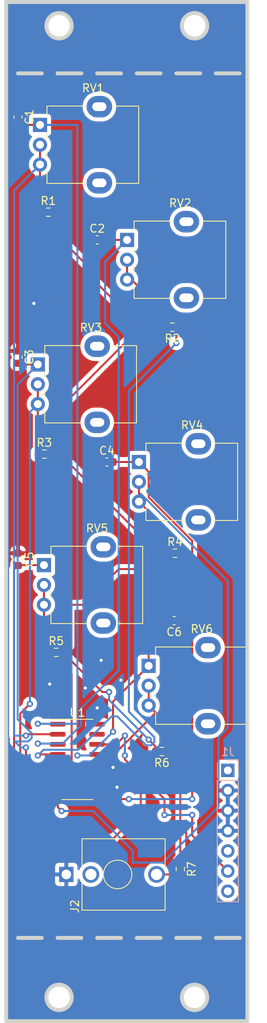
<source format=kicad_pcb>
(kicad_pcb (version 20221018) (generator pcbnew)
  (layers (0 "F.Cu" signal) (31 "B.Cu" signal) (34 "B.Paste" user) (35 "F.Paste" user) (36 "B.SilkS" user "B.Silkscreen") (37 "F.SilkS" user "F.Silkscreen") (38 "B.Mask" user) (39 "F.Mask" user) (44 "Edge.Cuts" user))
  (net 0 "")
  (net 1 "GND")
  (net 2 "Net-(C1-Pad2)")
  (net 3 "Net-(C2-Pad2)")
  (net 4 "Net-(C3-Pad2)")
  (net 5 "Net-(C4-Pad2)")
  (net 6 "Net-(C5-Pad2)")
  (net 7 "Net-(C6-Pad2)")
  (net 8 "-12V")
  (net 9 "+12V")
  (net 10 "+5V")
  (net 11 "Net-(J2-PadT)")
  (net 13 "Net-(R1-Pad1)")
  (net 14 "Net-(R1-Pad2)")
  (net 15 "Net-(R2-Pad1)")
  (net 16 "Net-(R3-Pad1)")
  (net 17 "Net-(R4-Pad1)")
  (net 18 "Net-(R5-Pad1)")
  (net 19 "Net-(R6-Pad1)")
  (footprint "Package_SO:SOIC-16_3.9x9.9mm_P1.27mm" (layer "F.Cu") (at 29 115.5)
    (fp_text reference "U1" (at 0 -5.9) (layer "F.SilkS"))
    (fp_text value "CD40106")
    (fp_line (start 0 -5.06) (end -3.45 -5.06) (stroke (width 0.12)) (layer "F.SilkS"))
    (fp_line (start 0 -5.06) (end 1.95 -5.06) (stroke (width 0.12)) (layer "F.SilkS"))
    (fp_line (start 0 5.06) (end -1.95 5.06) (stroke (width 0.12)) (layer "F.SilkS"))
    (fp_line (start 0 5.06) (end 1.95 5.06) (stroke (width 0.12)) (layer "F.SilkS"))
    (pad "1" smd roundrect (at -2.475 -4.445) (size 1.95 0.6) (layers "F.Cu" "F.Paste" "F.Mask") (net 2 "Net-(C1-Pad2)"))
    (pad "2" smd roundrect (at -2.475 -3.175) (size 1.95 0.6) (layers "F.Cu" "F.Paste" "F.Mask") (net 13 "Net-(R1-Pad1)"))
    (pad "3" smd roundrect (at -2.475 -1.905) (size 1.95 0.6) (layers "F.Cu" "F.Paste" "F.Mask") (net 3 "Net-(C2-Pad2)"))
    (pad "4" smd roundrect (at -2.475 -0.635) (size 1.95 0.6) (layers "F.Cu" "F.Paste" "F.Mask") (net 15 "Net-(R2-Pad1)"))
    (pad "5" smd roundrect (at -2.475 0.635) (size 1.95 0.6) (layers "F.Cu" "F.Paste" "F.Mask") (net 4 "Net-(C3-Pad2)"))
    (pad "6" smd roundrect (at -2.475 1.905) (size 1.95 0.6) (layers "F.Cu" "F.Paste" "F.Mask") (net 16 "Net-(R3-Pad1)"))
    (pad "7" smd roundrect (at -2.475 3.175) (size 1.95 0.6) (layers "F.Cu" "F.Paste" "F.Mask") (net 1 "GND"))
    (pad "8" smd roundrect (at -2.475 4.445) (size 1.95 0.6) (layers "F.Cu" "F.Paste" "F.Mask") (net 17 "Net-(R4-Pad1)"))
    (pad "9" smd roundrect (at 2.475 4.445) (size 1.95 0.6) (layers "F.Cu" "F.Paste" "F.Mask") (net 5 "Net-(C4-Pad2)"))
    (pad "10" smd roundrect (at 2.475 3.175) (size 1.95 0.6) (layers "F.Cu" "F.Paste" "F.Mask") (net 18 "Net-(R5-Pad1)"))
    (pad "11" smd roundrect (at 2.475 1.905) (size 1.95 0.6) (layers "F.Cu" "F.Paste" "F.Mask") (net 6 "Net-(C5-Pad2)"))
    (pad "12" smd roundrect (at 2.475 0.635) (size 1.95 0.6) (layers "F.Cu" "F.Paste" "F.Mask") (net 19 "Net-(R6-Pad1)"))
    (pad "13" smd roundrect (at 2.475 -0.635) (size 1.95 0.6) (layers "F.Cu" "F.Paste" "F.Mask") (net 7 "Net-(C6-Pad2)"))
    (pad "14" smd roundrect (at 2.475 -1.905) (size 1.95 0.6) (layers "F.Cu" "F.Paste" "F.Mask") (net 10 "+5V"))
    (pad "15" smd roundrect (at 2.475 -3.175) (size 1.95 0.6) (layers "F.Cu" "F.Paste" "F.Mask"))
    (pad "16" smd roundrect (at 2.475 -4.445) (size 1.95 0.6) (layers "F.Cu" "F.Paste" "F.Mask"))
  )
  (footprint "Resistor_SMD:R_0603_1608Metric" (layer "F.Cu") (at 41.325 89.5)
    (fp_text reference "R4" (at 0 -1.43) (layer "F.SilkS"))
    (fp_text value "1k")
    (fp_line (start -0.237258 -0.5225) (end 0.237258 -0.5225) (stroke (width 0.12)) (layer "F.SilkS"))
    (fp_line (start -0.237258 0.5225) (end 0.237258 0.5225) (stroke (width 0.12)) (layer "F.SilkS"))
    (pad "1" smd roundrect (at -0.825 0) (size 0.8 0.95) (layers "F.Cu" "F.Paste" "F.Mask") (net 17 "Net-(R4-Pad1)"))
    (pad "2" smd roundrect (at 0.825 0) (size 0.8 0.95) (layers "F.Cu" "F.Paste" "F.Mask") (net 14 "Net-(R1-Pad2)"))
  )
  (footprint "Resistor_SMD:R_0603_1608Metric" (layer "F.Cu") (at 25.325 46.5)
    (fp_text reference "R1" (at 0 -1.43) (layer "F.SilkS"))
    (fp_text value "1k")
    (fp_line (start -0.237258 -0.5225) (end 0.237258 -0.5225) (stroke (width 0.12)) (layer "F.SilkS"))
    (fp_line (start -0.237258 0.5225) (end 0.237258 0.5225) (stroke (width 0.12)) (layer "F.SilkS"))
    (pad "1" smd roundrect (at -0.825 0) (size 0.8 0.95) (layers "F.Cu" "F.Paste" "F.Mask") (net 13 "Net-(R1-Pad1)"))
    (pad "2" smd roundrect (at 0.825 0) (size 0.8 0.95) (layers "F.Cu" "F.Paste" "F.Mask") (net 14 "Net-(R1-Pad2)"))
  )
  (footprint "Resistor_SMD:R_0603_1608Metric" (layer "F.Cu") (at 41 61 180)
    (fp_text reference "R2" (at 0 -1.43) (layer "F.SilkS"))
    (fp_text value "1k")
    (fp_line (start -0.237258 -0.5225) (end 0.237258 -0.5225) (stroke (width 0.12)) (layer "F.SilkS"))
    (fp_line (start -0.237258 0.5225) (end 0.237258 0.5225) (stroke (width 0.12)) (layer "F.SilkS"))
    (pad "1" smd roundrect (at -0.825 0 180) (size 0.8 0.95) (layers "F.Cu" "F.Paste" "F.Mask") (net 15 "Net-(R2-Pad1)"))
    (pad "2" smd roundrect (at 0.825 0 180) (size 0.8 0.95) (layers "F.Cu" "F.Paste" "F.Mask") (net 14 "Net-(R1-Pad2)"))
  )
  (footprint "Capacitor_SMD:C_0603_1608Metric" (layer "F.Cu") (at 32.725 78)
    (fp_text reference "C4" (at 0 -1.43) (layer "F.SilkS"))
    (fp_text value "C 0603")
    (fp_line (start -0.14058 -0.51) (end 0.14058 -0.51) (stroke (width 0.12)) (layer "F.SilkS"))
    (fp_line (start -0.14058 0.51) (end 0.14058 0.51) (stroke (width 0.12)) (layer "F.SilkS"))
    (pad "1" smd roundrect (at -0.775 0) (size 0.9 0.95) (layers "F.Cu" "F.Paste" "F.Mask") (net 1 "GND"))
    (pad "2" smd roundrect (at 0.775 0) (size 0.9 0.95) (layers "F.Cu" "F.Paste" "F.Mask") (net 5 "Net-(C4-Pad2)"))
  )
  (footprint "Connector_Audio:Jack_3.5mm_QingPu_WQP-PJ398SM_Vertical_CircularHoles" (layer "F.Cu") (at 27.6 130 90)
    (fp_text reference "J2" (at -4.03 1.08 90) (layer "F.SilkS"))
    (fp_text value "Thonkiconn")
    (fp_line (start -4.5 1.98) (end -4.5 12.48) (stroke (width 0.12)) (layer "F.SilkS"))
    (fp_line (start -1.23 -1.17) (end -1.23 -0.37) (stroke (width 0.12)) (layer "F.SilkS"))
    (fp_line (start -1.23 -1.17) (end -0.37 -1.17) (stroke (width 0.12)) (layer "F.SilkS"))
    (fp_line (start -0.8 12.48) (end -4.5 12.48) (stroke (width 0.12)) (layer "F.SilkS"))
    (fp_line (start -0.72 1.98) (end -4.5 1.98) (stroke (width 0.12)) (layer "F.SilkS"))
    (fp_line (start 4.5 1.98) (end 0.72 1.98) (stroke (width 0.12)) (layer "F.SilkS"))
    (fp_line (start 4.5 1.98) (end 4.5 12.48) (stroke (width 0.12)) (layer "F.SilkS"))
    (fp_line (start 4.5 12.48) (end 0.8 12.48) (stroke (width 0.12)) (layer "F.SilkS"))
    (fp_circle (center 0 6.48) (end 1.8 6.48) (stroke (width 0.12)) (fill none) (layer "F.SilkS"))
    (pad "S" thru_hole rect (at 0 0 270) (size 1.93 1.83) (drill 1.22) (layers "*.Cu" "*.Mask") (net 1 "GND"))
    (pad "T" thru_hole circle (at 0 11.4 270) (size 2.13 2.13) (drill 1.43) (layers "*.Cu" "*.Mask") (net 11 "Net-(J2-PadT)"))
    (pad "TN" thru_hole circle (at 0 3.1 270) (size 2.13 2.13) (drill 1.42) (layers "*.Cu" "*.Mask"))
    (zone (net 0) (net_name "") (layer "F.Cu") (connect_pads (clearance 0)) (min_thickness 0.254)
      (keepout (tracks not_allowed) (vias not_allowed) (pads not_allowed) (copperpour not_allowed) (footprints not_allowed))
      (fill (thermal_gap 0.508) (thermal_bridge_width 0.508))
      (polygon (pts (xy 34.08 128.494859) (xy 33.834171 128.51507) (xy 33.594945 128.575159) (xy 33.368744 128.673514) (xy 33.161645 128.807492) (xy 32.97921 128.973496) (xy 32.826336 129.167068) (xy 32.707131 129.383008) (xy 32.624794 129.615518) (xy 32.581539 129.858354) (xy 32.578525 130.104993) (xy 32.615835 130.348813) (xy 32.692466 130.583266) (xy 32.80636 130.802054) (xy 32.954458 130.999303) (xy 33.132784 131.169714) (xy 33.336548 131.308712) (xy 33.560278 131.412564) (xy 33.797965 131.478481) (xy 34.043226 131.504692) (xy 34.289475 131.490493) (xy 34.530099 131.436266) (xy 34.758634 131.343468) (xy 34.968945 131.214589) (xy 35.155382 131.053092) (xy 35.312939 130.863313) (xy 35.437385 130.65035) (xy 35.525377 130.419921) (xy 35.574553 130.178215) (xy 35.583592 129.931722) (xy 35.55225 129.687064) (xy 35.48137 129.450809) (xy 35.372856 129.229303) (xy 35.229621 129.028495) (xy 35.055512 128.853777) (xy 34.855205 128.709842) (xy 34.634079 128.600555) (xy 34.398074 128.528851) (xy 34.153526 128.496656)))
    )
  )
  (footprint "Capacitor_SMD:C_0603_1608Metric" (layer "F.Cu") (at 21.5 90.275 -90)
    (fp_text reference "C5" (at 0 -1.43 90) (layer "F.SilkS"))
    (fp_text value "C 0603")
    (fp_line (start -0.14058 -0.51) (end 0.14058 -0.51) (stroke (width 0.12)) (layer "F.SilkS"))
    (fp_line (start -0.14058 0.51) (end 0.14058 0.51) (stroke (width 0.12)) (layer "F.SilkS"))
    (pad "1" smd roundrect (at -0.775 0 270) (size 0.9 0.95) (layers "F.Cu" "F.Paste" "F.Mask") (net 1 "GND"))
    (pad "2" smd roundrect (at 0.775 0 270) (size 0.9 0.95) (layers "F.Cu" "F.Paste" "F.Mask") (net 6 "Net-(C5-Pad2)"))
  )
  (footprint "Capacitor_SMD:C_0603_1608Metric" (layer "F.Cu") (at 21.5 34.5 -90)
    (fp_text reference "C1" (at 0 -1.43 90) (layer "F.SilkS"))
    (fp_text value "C 0603")
    (fp_line (start -0.14058 -0.51) (end 0.14058 -0.51) (stroke (width 0.12)) (layer "F.SilkS"))
    (fp_line (start -0.14058 0.51) (end 0.14058 0.51) (stroke (width 0.12)) (layer "F.SilkS"))
    (pad "1" smd roundrect (at -0.775 0 270) (size 0.9 0.95) (layers "F.Cu" "F.Paste" "F.Mask") (net 1 "GND"))
    (pad "2" smd roundrect (at 0.775 0 270) (size 0.9 0.95) (layers "F.Cu" "F.Paste" "F.Mask") (net 2 "Net-(C1-Pad2)"))
  )
  (footprint "Potentiometer_THT:Potentiometer_Alpha_RD901F-40-00D_Single_Vertical" (layer "F.Cu") (at 36.775 78)
    (fp_text reference "RV4" (at 6.71 -4.64 180) (layer "F.SilkS"))
    (fp_text value "AlphaPot")
    (fp_line (start 0.88 -2.38) (end 5.6 -2.38) (stroke (width 0.12)) (layer "F.SilkS"))
    (fp_line (start 0.88 -1.19) (end 0.88 -2.37) (stroke (width 0.12)) (layer "F.SilkS"))
    (fp_line (start 0.88 1.71) (end 0.88 1.18) (stroke (width 0.12)) (layer "F.SilkS"))
    (fp_line (start 0.88 4.16) (end 0.88 3.33) (stroke (width 0.12)) (layer "F.SilkS"))
    (fp_line (start 0.88 7.37) (end 0.88 5.88) (stroke (width 0.12)) (layer "F.SilkS"))
    (fp_line (start 0.88 7.37) (end 5.6 7.37) (stroke (width 0.12)) (layer "F.SilkS"))
    (fp_line (start 9.41 -2.37) (end 12.47 -2.37) (stroke (width 0.12)) (layer "F.SilkS"))
    (fp_line (start 9.41 7.37) (end 12.47 7.37) (stroke (width 0.12)) (layer "F.SilkS"))
    (fp_line (start 12.47 7.37) (end 12.47 -2.37) (stroke (width 0.12)) (layer "F.SilkS"))
    (pad "" thru_hole oval (at 7.5 -2.3 90) (size 2.72 3.24) (drill oval 1.1 1.8) (layers "*.Cu" "*.Mask"))
    (pad "" thru_hole oval (at 7.5 7.3 90) (size 2.72 3.24) (drill oval 1.1 1.8) (layers "*.Cu" "*.Mask"))
    (pad "1" thru_hole rect (at 0 0 90) (size 1.8 1.8) (drill 1) (layers "*.Cu" "*.Mask") (net 5 "Net-(C4-Pad2)"))
    (pad "2" thru_hole circle (at 0 2.5 90) (size 1.8 1.8) (drill 1) (layers "*.Cu" "*.Mask") (net 17 "Net-(R4-Pad1)"))
    (pad "3" thru_hole circle (at 0 5 90) (size 1.8 1.8) (drill 1) (layers "*.Cu" "*.Mask") (net 17 "Net-(R4-Pad1)"))
  )
  (footprint "Potentiometer_THT:Potentiometer_Alpha_RD901F-40-00D_Single_Vertical" (layer "F.Cu") (at 24.275 35.5)
    (fp_text reference "RV1" (at 6.71 -4.64 180) (layer "F.SilkS"))
    (fp_text value "AlphaPot")
    (fp_line (start 0.88 -2.38) (end 5.6 -2.38) (stroke (width 0.12)) (layer "F.SilkS"))
    (fp_line (start 0.88 -1.19) (end 0.88 -2.37) (stroke (width 0.12)) (layer "F.SilkS"))
    (fp_line (start 0.88 1.71) (end 0.88 1.18) (stroke (width 0.12)) (layer "F.SilkS"))
    (fp_line (start 0.88 4.16) (end 0.88 3.33) (stroke (width 0.12)) (layer "F.SilkS"))
    (fp_line (start 0.88 7.37) (end 0.88 5.88) (stroke (width 0.12)) (layer "F.SilkS"))
    (fp_line (start 0.88 7.37) (end 5.6 7.37) (stroke (width 0.12)) (layer "F.SilkS"))
    (fp_line (start 9.41 -2.37) (end 12.47 -2.37) (stroke (width 0.12)) (layer "F.SilkS"))
    (fp_line (start 9.41 7.37) (end 12.47 7.37) (stroke (width 0.12)) (layer "F.SilkS"))
    (fp_line (start 12.47 7.37) (end 12.47 -2.37) (stroke (width 0.12)) (layer "F.SilkS"))
    (pad "" thru_hole oval (at 7.5 -2.3 90) (size 2.72 3.24) (drill oval 1.1 1.8) (layers "*.Cu" "*.Mask"))
    (pad "" thru_hole oval (at 7.5 7.3 90) (size 2.72 3.24) (drill oval 1.1 1.8) (layers "*.Cu" "*.Mask"))
    (pad "1" thru_hole rect (at 0 0 90) (size 1.8 1.8) (drill 1) (layers "*.Cu" "*.Mask") (net 2 "Net-(C1-Pad2)"))
    (pad "2" thru_hole circle (at 0 2.5 90) (size 1.8 1.8) (drill 1) (layers "*.Cu" "*.Mask") (net 13 "Net-(R1-Pad1)"))
    (pad "3" thru_hole circle (at 0 5 90) (size 1.8 1.8) (drill 1) (layers "*.Cu" "*.Mask") (net 13 "Net-(R1-Pad1)"))
  )
  (footprint "Potentiometer_THT:Potentiometer_Alpha_RD901F-40-00D_Single_Vertical" (layer "F.Cu") (at 35.275 50)
    (fp_text reference "RV2" (at 6.71 -4.64 180) (layer "F.SilkS"))
    (fp_text value "AlphaPot")
    (fp_line (start 0.88 -2.38) (end 5.6 -2.38) (stroke (width 0.12)) (layer "F.SilkS"))
    (fp_line (start 0.88 -1.19) (end 0.88 -2.37) (stroke (width 0.12)) (layer "F.SilkS"))
    (fp_line (start 0.88 1.71) (end 0.88 1.18) (stroke (width 0.12)) (layer "F.SilkS"))
    (fp_line (start 0.88 4.16) (end 0.88 3.33) (stroke (width 0.12)) (layer "F.SilkS"))
    (fp_line (start 0.88 7.37) (end 0.88 5.88) (stroke (width 0.12)) (layer "F.SilkS"))
    (fp_line (start 0.88 7.37) (end 5.6 7.37) (stroke (width 0.12)) (layer "F.SilkS"))
    (fp_line (start 9.41 -2.37) (end 12.47 -2.37) (stroke (width 0.12)) (layer "F.SilkS"))
    (fp_line (start 9.41 7.37) (end 12.47 7.37) (stroke (width 0.12)) (layer "F.SilkS"))
    (fp_line (start 12.47 7.37) (end 12.47 -2.37) (stroke (width 0.12)) (layer "F.SilkS"))
    (pad "" thru_hole oval (at 7.5 -2.3 90) (size 2.72 3.24) (drill oval 1.1 1.8) (layers "*.Cu" "*.Mask"))
    (pad "" thru_hole oval (at 7.5 7.3 90) (size 2.72 3.24) (drill oval 1.1 1.8) (layers "*.Cu" "*.Mask"))
    (pad "1" thru_hole rect (at 0 0 90) (size 1.8 1.8) (drill 1) (layers "*.Cu" "*.Mask") (net 3 "Net-(C2-Pad2)"))
    (pad "2" thru_hole circle (at 0 2.5 90) (size 1.8 1.8) (drill 1) (layers "*.Cu" "*.Mask") (net 15 "Net-(R2-Pad1)"))
    (pad "3" thru_hole circle (at 0 5 90) (size 1.8 1.8) (drill 1) (layers "*.Cu" "*.Mask") (net 15 "Net-(R2-Pad1)"))
  )
  (footprint "Resistor_SMD:R_0603_1608Metric" (layer "F.Cu") (at 42 129.325 -90)
    (fp_text reference "R7" (at 0 -1.43 90) (layer "F.SilkS"))
    (fp_text value "1k")
    (fp_line (start -0.237258 -0.5225) (end 0.237258 -0.5225) (stroke (width 0.12)) (layer "F.SilkS"))
    (fp_line (start -0.237258 0.5225) (end 0.237258 0.5225) (stroke (width 0.12)) (layer "F.SilkS"))
    (pad "1" smd roundrect (at -0.825 0 270) (size 0.8 0.95) (layers "F.Cu" "F.Paste" "F.Mask") (net 14 "Net-(R1-Pad2)"))
    (pad "2" smd roundrect (at 0.825 0 270) (size 0.8 0.95) (layers "F.Cu" "F.Paste" "F.Mask") (net 11 "Net-(J2-PadT)"))
  )
  (footprint "Capacitor_SMD:C_0603_1608Metric" (layer "F.Cu") (at 31.5 50)
    (fp_text reference "C2" (at 0 -1.43) (layer "F.SilkS"))
    (fp_text value "C 0603")
    (fp_line (start -0.14058 -0.51) (end 0.14058 -0.51) (stroke (width 0.12)) (layer "F.SilkS"))
    (fp_line (start -0.14058 0.51) (end 0.14058 0.51) (stroke (width 0.12)) (layer "F.SilkS"))
    (pad "1" smd roundrect (at -0.775 0) (size 0.9 0.95) (layers "F.Cu" "F.Paste" "F.Mask") (net 1 "GND"))
    (pad "2" smd roundrect (at 0.775 0) (size 0.9 0.95) (layers "F.Cu" "F.Paste" "F.Mask") (net 3 "Net-(C2-Pad2)"))
  )
  (footprint "Potentiometer_THT:Potentiometer_Alpha_RD901F-40-00D_Single_Vertical" (layer "F.Cu") (at 24.775 91)
    (fp_text reference "RV5" (at 6.71 -4.64 180) (layer "F.SilkS"))
    (fp_text value "AlphaPot")
    (fp_line (start 0.88 -2.38) (end 5.6 -2.38) (stroke (width 0.12)) (layer "F.SilkS"))
    (fp_line (start 0.88 -1.19) (end 0.88 -2.37) (stroke (width 0.12)) (layer "F.SilkS"))
    (fp_line (start 0.88 1.71) (end 0.88 1.18) (stroke (width 0.12)) (layer "F.SilkS"))
    (fp_line (start 0.88 4.16) (end 0.88 3.33) (stroke (width 0.12)) (layer "F.SilkS"))
    (fp_line (start 0.88 7.37) (end 0.88 5.88) (stroke (width 0.12)) (layer "F.SilkS"))
    (fp_line (start 0.88 7.37) (end 5.6 7.37) (stroke (width 0.12)) (layer "F.SilkS"))
    (fp_line (start 9.41 -2.37) (end 12.47 -2.37) (stroke (width 0.12)) (layer "F.SilkS"))
    (fp_line (start 9.41 7.37) (end 12.47 7.37) (stroke (width 0.12)) (layer "F.SilkS"))
    (fp_line (start 12.47 7.37) (end 12.47 -2.37) (stroke (width 0.12)) (layer "F.SilkS"))
    (pad "" thru_hole oval (at 7.5 -2.3 90) (size 2.72 3.24) (drill oval 1.1 1.8) (layers "*.Cu" "*.Mask"))
    (pad "" thru_hole oval (at 7.5 7.3 90) (size 2.72 3.24) (drill oval 1.1 1.8) (layers "*.Cu" "*.Mask"))
    (pad "1" thru_hole rect (at 0 0 90) (size 1.8 1.8) (drill 1) (layers "*.Cu" "*.Mask") (net 6 "Net-(C5-Pad2)"))
    (pad "2" thru_hole circle (at 0 2.5 90) (size 1.8 1.8) (drill 1) (layers "*.Cu" "*.Mask") (net 18 "Net-(R5-Pad1)"))
    (pad "3" thru_hole circle (at 0 5 90) (size 1.8 1.8) (drill 1) (layers "*.Cu" "*.Mask") (net 18 "Net-(R5-Pad1)"))
  )
  (footprint "Capacitor_SMD:C_0603_1608Metric" (layer "F.Cu") (at 21.5 64.775 -90)
    (fp_text reference "C3" (at 0 -1.43 90) (layer "F.SilkS"))
    (fp_text value "C 0603")
    (fp_line (start -0.14058 -0.51) (end 0.14058 -0.51) (stroke (width 0.12)) (layer "F.SilkS"))
    (fp_line (start -0.14058 0.51) (end 0.14058 0.51) (stroke (width 0.12)) (layer "F.SilkS"))
    (pad "1" smd roundrect (at -0.775 0 270) (size 0.9 0.95) (layers "F.Cu" "F.Paste" "F.Mask") (net 1 "GND"))
    (pad "2" smd roundrect (at 0.775 0 270) (size 0.9 0.95) (layers "F.Cu" "F.Paste" "F.Mask") (net 4 "Net-(C3-Pad2)"))
  )
  (footprint "Capacitor_SMD:C_0603_1608Metric" (layer "F.Cu") (at 41.225 98 180)
    (fp_text reference "C6" (at 0 -1.43) (layer "F.SilkS"))
    (fp_text value "C 0603")
    (fp_line (start -0.14058 -0.51) (end 0.14058 -0.51) (stroke (width 0.12)) (layer "F.SilkS"))
    (fp_line (start -0.14058 0.51) (end 0.14058 0.51) (stroke (width 0.12)) (layer "F.SilkS"))
    (pad "1" smd roundrect (at -0.775 0 180) (size 0.9 0.95) (layers "F.Cu" "F.Paste" "F.Mask") (net 1 "GND"))
    (pad "2" smd roundrect (at 0.775 0 180) (size 0.9 0.95) (layers "F.Cu" "F.Paste" "F.Mask") (net 7 "Net-(C6-Pad2)"))
  )
  (footprint "Resistor_SMD:R_0603_1608Metric" (layer "F.Cu") (at 26.325 102)
    (fp_text reference "R5" (at 0 -1.43) (layer "F.SilkS"))
    (fp_text value "1k")
    (fp_line (start -0.237258 -0.5225) (end 0.237258 -0.5225) (stroke (width 0.12)) (layer "F.SilkS"))
    (fp_line (start -0.237258 0.5225) (end 0.237258 0.5225) (stroke (width 0.12)) (layer "F.SilkS"))
    (pad "1" smd roundrect (at -0.825 0) (size 0.8 0.95) (layers "F.Cu" "F.Paste" "F.Mask") (net 18 "Net-(R5-Pad1)"))
    (pad "2" smd roundrect (at 0.825 0) (size 0.8 0.95) (layers "F.Cu" "F.Paste" "F.Mask") (net 14 "Net-(R1-Pad2)"))
  )
  (footprint "Potentiometer_THT:Potentiometer_Alpha_RD901F-40-00D_Single_Vertical" (layer "F.Cu") (at 24 65.7)
    (fp_text reference "RV3" (at 6.71 -4.64 180) (layer "F.SilkS"))
    (fp_text value "AlphaPot")
    (fp_line (start 0.88 -2.38) (end 5.6 -2.38) (stroke (width 0.12)) (layer "F.SilkS"))
    (fp_line (start 0.88 -1.19) (end 0.88 -2.37) (stroke (width 0.12)) (layer "F.SilkS"))
    (fp_line (start 0.88 1.71) (end 0.88 1.18) (stroke (width 0.12)) (layer "F.SilkS"))
    (fp_line (start 0.88 4.16) (end 0.88 3.33) (stroke (width 0.12)) (layer "F.SilkS"))
    (fp_line (start 0.88 7.37) (end 0.88 5.88) (stroke (width 0.12)) (layer "F.SilkS"))
    (fp_line (start 0.88 7.37) (end 5.6 7.37) (stroke (width 0.12)) (layer "F.SilkS"))
    (fp_line (start 9.41 -2.37) (end 12.47 -2.37) (stroke (width 0.12)) (layer "F.SilkS"))
    (fp_line (start 9.41 7.37) (end 12.47 7.37) (stroke (width 0.12)) (layer "F.SilkS"))
    (fp_line (start 12.47 7.37) (end 12.47 -2.37) (stroke (width 0.12)) (layer "F.SilkS"))
    (pad "" thru_hole oval (at 7.5 -2.3 90) (size 2.72 3.24) (drill oval 1.1 1.8) (layers "*.Cu" "*.Mask"))
    (pad "" thru_hole oval (at 7.5 7.3 90) (size 2.72 3.24) (drill oval 1.1 1.8) (layers "*.Cu" "*.Mask"))
    (pad "1" thru_hole rect (at 0 0 90) (size 1.8 1.8) (drill 1) (layers "*.Cu" "*.Mask") (net 4 "Net-(C3-Pad2)"))
    (pad "2" thru_hole circle (at 0 2.5 90) (size 1.8 1.8) (drill 1) (layers "*.Cu" "*.Mask") (net 16 "Net-(R3-Pad1)"))
    (pad "3" thru_hole circle (at 0 5 90) (size 1.8 1.8) (drill 1) (layers "*.Cu" "*.Mask") (net 16 "Net-(R3-Pad1)"))
  )
  (footprint "Resistor_SMD:R_0603_1608Metric" (layer "F.Cu") (at 39.675 114.5 180)
    (fp_text reference "R6" (at 0 -1.43) (layer "F.SilkS"))
    (fp_text value "1k")
    (fp_line (start -0.237258 -0.5225) (end 0.237258 -0.5225) (stroke (width 0.12)) (layer "F.SilkS"))
    (fp_line (start -0.237258 0.5225) (end 0.237258 0.5225) (stroke (width 0.12)) (layer "F.SilkS"))
    (pad "1" smd roundrect (at -0.825 0 180) (size 0.8 0.95) (layers "F.Cu" "F.Paste" "F.Mask") (net 19 "Net-(R6-Pad1)"))
    (pad "2" smd roundrect (at 0.825 0 180) (size 0.8 0.95) (layers "F.Cu" "F.Paste" "F.Mask") (net 14 "Net-(R1-Pad2)"))
  )
  (footprint "Potentiometer_THT:Potentiometer_Alpha_RD901F-40-00D_Single_Vertical" (layer "F.Cu") (at 38 103.7)
    (fp_text reference "RV6" (at 6.71 -4.64 180) (layer "F.SilkS"))
    (fp_text value "AlphaPot")
    (fp_line (start 0.88 -2.38) (end 5.6 -2.38) (stroke (width 0.12)) (layer "F.SilkS"))
    (fp_line (start 0.88 -1.19) (end 0.88 -2.37) (stroke (width 0.12)) (layer "F.SilkS"))
    (fp_line (start 0.88 1.71) (end 0.88 1.18) (stroke (width 0.12)) (layer "F.SilkS"))
    (fp_line (start 0.88 4.16) (end 0.88 3.33) (stroke (width 0.12)) (layer "F.SilkS"))
    (fp_line (start 0.88 7.37) (end 0.88 5.88) (stroke (width 0.12)) (layer "F.SilkS"))
    (fp_line (start 0.88 7.37) (end 5.6 7.37) (stroke (width 0.12)) (layer "F.SilkS"))
    (fp_line (start 9.41 -2.37) (end 12.47 -2.37) (stroke (width 0.12)) (layer "F.SilkS"))
    (fp_line (start 9.41 7.37) (end 12.47 7.37) (stroke (width 0.12)) (layer "F.SilkS"))
    (fp_line (start 12.47 7.37) (end 12.47 -2.37) (stroke (width 0.12)) (layer "F.SilkS"))
    (pad "" thru_hole oval (at 7.5 -2.3 90) (size 2.72 3.24) (drill oval 1.1 1.8) (layers "*.Cu" "*.Mask"))
    (pad "" thru_hole oval (at 7.5 7.3 90) (size 2.72 3.24) (drill oval 1.1 1.8) (layers "*.Cu" "*.Mask"))
    (pad "1" thru_hole rect (at 0 0 90) (size 1.8 1.8) (drill 1) (layers "*.Cu" "*.Mask") (net 7 "Net-(C6-Pad2)"))
    (pad "2" thru_hole circle (at 0 2.5 90) (size 1.8 1.8) (drill 1) (layers "*.Cu" "*.Mask") (net 19 "Net-(R6-Pad1)"))
    (pad "3" thru_hole circle (at 0 5 90) (size 1.8 1.8) (drill 1) (layers "*.Cu" "*.Mask") (net 19 "Net-(R6-Pad1)"))
  )
  (footprint "Resistor_SMD:R_0603_1608Metric" (layer "F.Cu") (at 24.825 77)
    (fp_text reference "R3" (at 0 -1.43) (layer "F.SilkS"))
    (fp_text value "1k")
    (fp_line (start -0.237258 -0.5225) (end 0.237258 -0.5225) (stroke (width 0.12)) (layer "F.SilkS"))
    (fp_line (start -0.237258 0.5225) (end 0.237258 0.5225) (stroke (width 0.12)) (layer "F.SilkS"))
    (pad "1" smd roundrect (at -0.825 0) (size 0.8 0.95) (layers "F.Cu" "F.Paste" "F.Mask") (net 16 "Net-(R3-Pad1)"))
    (pad "2" smd roundrect (at 0.825 0) (size 0.8 0.95) (layers "F.Cu" "F.Paste" "F.Mask") (net 14 "Net-(R1-Pad2)"))
  )
  (footprint "Connector_PinHeader_2.54mm:PinHeader_1x07_P2.54mm_Vertical" (layer "B.Cu") (at 48 116.875 180)
    (fp_text reference "J1" (at 0 2.33) (layer "B.SilkS") (effects (justify mirror)))
    (fp_text value "EuroPower16")
    (fp_line (start -1.33 -16.57) (end 1.33 -16.57) (stroke (width 0.12)) (layer "B.SilkS"))
    (fp_line (start -1.33 -1.27) (end -1.33 -16.57) (stroke (width 0.12)) (layer "B.SilkS"))
    (fp_line (start -1.33 -1.27) (end 1.33 -1.27) (stroke (width 0.12)) (layer "B.SilkS"))
    (fp_line (start -1.33 0) (end -1.33 1.33) (stroke (width 0.12)) (layer "B.SilkS"))
    (fp_line (start -1.33 1.33) (end 0 1.33) (stroke (width 0.12)) (layer "B.SilkS"))
    (fp_line (start 1.33 -1.27) (end 1.33 -16.57) (stroke (width 0.12)) (layer "B.SilkS"))
    (pad "1" thru_hole rect (at 0 0 180) (size 1.7 1.7) (drill 1) (layers "*.Cu" "*.Mask") (net 8 "-12V"))
    (pad "2" thru_hole oval (at 0 -2.54 180) (size 1.7 1.7) (drill 1) (layers "*.Cu" "*.Mask") (net 1 "GND"))
    (pad "3" thru_hole oval (at 0 -5.08 180) (size 1.7 1.7) (drill 1) (layers "*.Cu" "*.Mask") (net 1 "GND"))
    (pad "4" thru_hole oval (at 0 -7.62 180) (size 1.7 1.7) (drill 1) (layers "*.Cu" "*.Mask") (net 1 "GND"))
    (pad "5" thru_hole oval (at 0 -10.16 180) (size 1.7 1.7) (drill 1) (layers "*.Cu" "*.Mask") (net 9 "+12V"))
    (pad "6" thru_hole oval (at 0 -12.7 180) (size 1.7 1.7) (drill 1) (layers "*.Cu" "*.Mask") (net 10 "+5V"))
    (pad "7" thru_hole oval (at 0 -15.24 180) (size 1.7 1.7) (drill 1) (layers "*.Cu" "*.Mask"))
  )
  (gr_line (start 26.5 138) (end 29.5 138) (stroke (width 0.5)) (layer "Edge.Cuts"))
  (gr_circle (center 26.68 23) (end 26.68 24.6) (stroke (width 0.5)) (fill none) (layer "Edge.Cuts"))
  (gr_circle (center 43.8 145.5) (end 43.8 147.1) (stroke (width 0.5)) (fill none) (layer "Edge.Cuts"))
  (gr_line (start 26.5 29) (end 29.5 29) (stroke (width 0.5)) (layer "Edge.Cuts"))
  (gr_line (start 36.5 138) (end 39.5 138) (stroke (width 0.5)) (layer "Edge.Cuts"))
  (gr_line (start 46.5 138) (end 49.5 138) (stroke (width 0.5)) (layer "Edge.Cuts"))
  (gr_circle (center 43.8 23) (end 43.8 24.6) (stroke (width 0.5)) (fill none) (layer "Edge.Cuts"))
  (gr_line (start 31.5 29) (end 34.5 29) (stroke (width 0.5)) (layer "Edge.Cuts"))
  (gr_circle (center 26.68 145.5) (end 26.68 147.1) (stroke (width 0.5)) (fill none) (layer "Edge.Cuts"))
  (gr_line (start 41.5 29) (end 44.5 29) (stroke (width 0.5)) (layer "Edge.Cuts"))
  (gr_line (start 21.5 29) (end 24.5 29) (stroke (width 0.5)) (layer "Edge.Cuts"))
  (gr_line (start 46.5 29) (end 49.5 29) (stroke (width 0.5)) (layer "Edge.Cuts"))
  (gr_line (start 31.5 138) (end 34.5 138) (stroke (width 0.5)) (layer "Edge.Cuts"))
  (gr_line (start 41.5 138) (end 44.5 138) (stroke (width 0.5)) (layer "Edge.Cuts"))
  (gr_rect (start 20 20) (end 50.48 148.5) (stroke (width 0.5)) (fill none) (layer "Edge.Cuts"))
  (gr_line (start 21.5 138) (end 24.5 138) (stroke (width 0.5)) (layer "Edge.Cuts"))
  (gr_line (start 36.5 29) (end 39.5 29) (stroke (width 0.5)) (layer "Edge.Cuts"))
  (via (at 33.5 116.5) (size 0.8) (drill 0.4) (layers "F.Cu" "B.Cu") (net 1))
  (via (at 23.5 58) (size 0.8) (drill 0.4) (layers "F.Cu" "B.Cu") (net 1))
  (via (at 30 106.5) (size 0.8) (drill 0.4) (layers "F.Cu" "B.Cu") (net 1))
  (via (at 34.5 105.5) (size 0.8) (drill 0.4) (layers "F.Cu" "B.Cu") (net 1))
  (via (at 25.5 106) (size 0.8) (drill 0.4) (layers "F.Cu" "B.Cu") (net 1))
  (via (at 32 103) (size 0.8) (drill 0.4) (layers "F.Cu" "B.Cu") (net 1))
  (via (at 34 119) (size 0.8) (drill 0.4) (layers "F.Cu" "B.Cu") (net 1))
  (via (at 31.5 109) (size 0.8) (drill 0.4) (layers "F.Cu" "B.Cu") (net 1))
  (segment (start 24 111) (end 26.47 111) (width 0.25) (layer "F.Cu") (net 2))
  (segment (start 21.5 35.275) (end 21.725 35.5) (width 0.25) (layer "F.Cu") (net 2))
  (segment (start 21.725 35.5) (end 24.275 35.5) (width 0.25) (layer "F.Cu") (net 2))
  (segment (start 26.47 111) (end 26.525 111.055) (width 0.25) (layer "F.Cu") (net 2))
  (via (at 24 111) (size 0.8) (drill 0.4) (layers "F.Cu" "B.Cu") (net 2))
  (segment (start 29 111) (end 24 111) (width 0.25) (layer "B.Cu") (net 2))
  (segment (start 29 35.5) (end 29 111) (width 0.25) (layer "B.Cu") (net 2))
  (segment (start 24.275 35.5) (end 29 35.5) (width 0.25) (layer "B.Cu") (net 2))
  (segment (start 24 113.5) (end 26.43 113.5) (width 0.25) (layer "F.Cu") (net 3))
  (segment (start 32.275 50) (end 35.275 50) (width 0.25) (layer "F.Cu") (net 3))
  (segment (start 26.43 113.5) (end 26.525 113.595) (width 0.25) (layer "F.Cu") (net 3))
  (via (at 24 113.5) (size 0.8) (drill 0.4) (layers "F.Cu" "B.Cu") (net 3))
  (segment (start 29.45 111.186396) (end 27.136396 113.5) (width 0.25) (layer "B.Cu") (net 3))
  (segment (start 34.22 104.28) (end 29.45 109.05) (width 0.25) (layer "B.Cu") (net 3))
  (segment (start 27.136396 113.5) (end 24 113.5) (width 0.25) (layer "B.Cu") (net 3))
  (segment (start 32.5 52.775) (end 32.5 60.5) (width 0.25) (layer "B.Cu") (net 3))
  (segment (start 32.5 60.5) (end 34.22 62.22) (width 0.25) (layer "B.Cu") (net 3))
  (segment (start 35.275 50) (end 32.5 52.775) (width 0.25) (layer "B.Cu") (net 3))
  (segment (start 29.45 109.05) (end 29.45 111.186396) (width 0.25) (layer "B.Cu") (net 3))
  (segment (start 34.22 62.22) (end 34.22 104.28) (width 0.25) (layer "B.Cu") (net 3))
  (segment (start 21.65 65.7) (end 24 65.7) (width 0.25) (layer "F.Cu") (net 4))
  (segment (start 22.5 116) (end 22.5 114) (width 0.25) (layer "F.Cu") (net 4))
  (segment (start 22.635 116.135) (end 22.5 116) (width 0.25) (layer "F.Cu") (net 4))
  (segment (start 21.5 65.55) (end 21.65 65.7) (width 0.25) (layer "F.Cu") (net 4))
  (segment (start 26.525 116.135) (end 22.635 116.135) (width 0.25) (layer "F.Cu") (net 4))
  (via (at 22.5 114) (size 0.8) (drill 0.4) (layers "F.Cu" "B.Cu") (net 4))
  (segment (start 22.5 114) (end 21.863604 114) (width 0.25) (layer "B.Cu") (net 4))
  (segment (start 21.088604 113.225) (end 22.800305 113.225) (width 0.25) (layer "B.Cu") (net 4))
  (segment (start 22.800305 113.225) (end 23.225 112.800305) (width 0.25) (layer "B.Cu") (net 4))
  (segment (start 21.45 68.25) (end 24 65.7) (width 0.25) (layer "B.Cu") (net 4))
  (segment (start 23.225 112.800305) (end 23.225 112.199695) (width 0.25) (layer "B.Cu") (net 4))
  (segment (start 21.45 110.424695) (end 21.45 68.25) (width 0.25) (layer "B.Cu") (net 4))
  (segment (start 23.225 112.199695) (end 21.45 110.424695) (width 0.25) (layer "B.Cu") (net 4))
  (segment (start 21.863604 114) (end 21.088604 113.225) (width 0.25) (layer "B.Cu") (net 4))
  (segment (start 35.5 120.5) (end 32.03 120.5) (width 0.25) (layer "F.Cu") (net 5))
  (segment (start 36.775 78) (end 38 79.225) (width 0.25) (layer "F.Cu") (net 5))
  (segment (start 32.03 120.5) (end 31.475 119.945) (width 0.25) (layer "F.Cu") (net 5))
  (segment (start 36.775 78) (end 33.5 78) (width 0.25) (layer "F.Cu") (net 5))
  (segment (start 43.5 87.942588) (end 43.5 120.5) (width 0.25) (layer "F.Cu") (net 5))
  (segment (start 38 79.225) (end 38 82.442588) (width 0.25) (layer "F.Cu") (net 5))
  (segment (start 38 82.442588) (end 43.5 87.942588) (width 0.25) (layer "F.Cu") (net 5))
  (via (at 43.5 120.5) (size 0.8) (drill 0.4) (layers "F.Cu" "B.Cu") (net 5))
  (via (at 35.5 120.5) (size 0.8) (drill 0.4) (layers "F.Cu" "B.Cu") (net 5))
  (segment (start 43.5 120.5) (end 35.5 120.5) (width 0.25) (layer "B.Cu") (net 5))
  (segment (start 37 119) (end 35.405 117.405) (width 0.25) (layer "F.Cu") (net 6))
  (segment (start 22.5 125.5) (end 33.5 125.5) (width 0.25) (layer "F.Cu") (net 6))
  (segment (start 37 122) (end 37 119) (width 0.25) (layer "F.Cu") (net 6))
  (segment (start 33.5 125.5) (end 37 122) (width 0.25) (layer "F.Cu") (net 6))
  (segment (start 24.775 91) (end 21.55 91) (width 0.25) (layer "F.Cu") (net 6))
  (segment (start 21 124) (end 22.5 125.5) (width 0.25) (layer "F.Cu") (net 6))
  (segment (start 21 91.55) (end 21 124) (width 0.25) (layer "F.Cu") (net 6))
  (segment (start 21.55 91) (end 21.5 91.05) (width 0.25) (layer "F.Cu") (net 6))
  (segment (start 35.405 117.405) (end 31.475 117.405) (width 0.25) (layer "F.Cu") (net 6))
  (segment (start 21.5 91.05) (end 21 91.55) (width 0.25) (layer "F.Cu") (net 6))
  (segment (start 31.34 115) (end 31.475 114.865) (width 0.25) (layer "F.Cu") (net 7))
  (segment (start 38 100.45) (end 38 103.7) (width 0.25) (layer "F.Cu") (net 7))
  (segment (start 33.5 108.2) (end 33.5 112) (width 0.25) (layer "F.Cu") (net 7))
  (segment (start 40.45 98) (end 38 100.45) (width 0.25) (layer "F.Cu") (net 7))
  (segment (start 29 115) (end 31.34 115) (width 0.25) (layer "F.Cu") (net 7))
  (segment (start 38 103.7) (end 33.5 108.2) (width 0.25) (layer "F.Cu") (net 7))
  (via (at 29 115) (size 0.8) (drill 0.4) (layers "F.Cu" "B.Cu") (net 7))
  (via (at 33.5 112) (size 0.8) (drill 0.4) (layers "F.Cu" "B.Cu") (net 7))
  (segment (start 33.5 112) (end 30.5 115) (width 0.25) (layer "B.Cu") (net 7))
  (segment (start 30.5 115) (end 29 115) (width 0.25) (layer "B.Cu") (net 7))
  (segment (start 43.5 125.075) (end 43.5 122.5) (width 0.25) (layer "F.Cu") (net 10))
  (segment (start 33.905 113.595) (end 31.475 113.595) (width 0.25) (layer "F.Cu") (net 10))
  (segment (start 40 120.5) (end 35 115.5) (width 0.25) (layer "F.Cu") (net 10))
  (segment (start 35 115.5) (end 35 115) (width 0.25) (layer "F.Cu") (net 10))
  (segment (start 40 122.5) (end 40 120.5) (width 0.25) (layer "F.Cu") (net 10))
  (segment (start 48 129.575) (end 43.5 125.075) (width 0.25) (layer "F.Cu") (net 10))
  (segment (start 35 112.5) (end 33.905 113.595) (width 0.25) (layer "F.Cu") (net 10))
  (via (at 40 122.5) (size 0.8) (drill 0.4) (layers "F.Cu" "B.Cu") (net 10))
  (via (at 35 115) (size 0.8) (drill 0.4) (layers "F.Cu" "B.Cu") (net 10))
  (via (at 35 112.5) (size 0.8) (drill 0.4) (layers "F.Cu" "B.Cu") (net 10))
  (via (at 43.5 122.5) (size 0.8) (drill 0.4) (layers "F.Cu" "B.Cu") (net 10))
  (segment (start 35 115) (end 35 112.5) (width 0.25) (layer "B.Cu") (net 10))
  (segment (start 43.5 122.5) (end 40 122.5) (width 0.25) (layer "B.Cu") (net 10))
  (segment (start 41.85 130) (end 39 130) (width 0.25) (layer "F.Cu") (net 11))
  (segment (start 42 130.15) (end 41.85 130) (width 0.25) (layer "F.Cu") (net 11))
  (segment (start 22.675 112.325) (end 22.5 112.5) (width 0.25) (layer "F.Cu") (net 13))
  (segment (start 24.5 46.5) (end 24.275 46.275) (width 0.25) (layer "F.Cu") (net 13))
  (segment (start 24.275 46.275) (end 24.275 38) (width 0.25) (layer "F.Cu") (net 13))
  (segment (start 26.525 112.325) (end 22.675 112.325) (width 0.25) (layer "F.Cu") (net 13))
  (via (at 22.5 112.5) (size 0.8) (drill 0.4) (layers "F.Cu" "B.Cu") (net 13))
  (segment (start 21 43.775) (end 24.275 40.5) (width 0.25) (layer "B.Cu") (net 13))
  (segment (start 22.5 112.5) (end 21 112.5) (width 0.25) (layer "B.Cu") (net 13))
  (segment (start 21 112.5) (end 21 43.775) (width 0.25) (layer "B.Cu") (net 13))
  (segment (start 28 96) (end 28 101.15) (width 0.25) (layer "F.Cu") (net 14))
  (segment (start 42 128.5) (end 42 117.65) (width 0.25) (layer "F.Cu") (net 14))
  (segment (start 42.15 90.65) (end 42.15 89.5) (width 0.25) (layer "F.Cu") (net 14))
  (segment (start 38 88.217462) (end 38 91.5) (width 0.25) (layer "F.Cu") (net 14))
  (segment (start 42.5 91) (end 42.15 90.65) (width 0.25) (layer "F.Cu") (net 14))
  (segment (start 34.225 91.5) (end 29.725 96) (width 0.25) (layer "F.Cu") (net 14))
  (segment (start 32.15 107) (end 27.15 102) (width 0.25) (layer "F.Cu") (net 14))
  (segment (start 30.5 53.5) (end 30.5 54.5) (width 0.25) (layer "F.Cu") (net 14))
  (segment (start 38.85 113.85) (end 38 113) (width 0.25) (layer "F.Cu") (net 14))
  (segment (start 38 91.5) (end 42 91.5) (width 0.25) (layer "F.Cu") (net 14))
  (segment (start 26.15 49.15) (end 30.5 53.5) (width 0.25) (layer "F.Cu") (net 14))
  (segment (start 42 117.65) (end 38.85 114.5) (width 0.25) (layer "F.Cu") (net 14))
  (segment (start 42 91.5) (end 42.5 91) (width 0.25) (layer "F.Cu") (net 14))
  (segment (start 38 91.5) (end 34.225 91.5) (width 0.25) (layer "F.Cu") (net 14))
  (segment (start 30.5 54.5) (end 37 61) (width 0.25) (layer "F.Cu") (net 14))
  (segment (start 38.85 114.5) (end 38.85 113.85) (width 0.25) (layer "F.Cu") (net 14))
  (segment (start 26.782538 77) (end 38 88.217462) (width 0.25) (layer "F.Cu") (net 14))
  (segment (start 37 61) (end 40.175 61) (width 0.25) (layer "F.Cu") (net 14))
  (segment (start 26.15 46.5) (end 26.15 49.15) (width 0.25) (layer "F.Cu") (net 14))
  (segment (start 25.65 77) (end 26.782538 77) (width 0.25) (layer "F.Cu") (net 14))
  (segment (start 25.65 72.35) (end 25.65 77) (width 0.25) (layer "F.Cu") (net 14))
  (segment (start 37 61) (end 25.65 72.35) (width 0.25) (layer "F.Cu") (net 14))
  (segment (start 28 101.15) (end 27.15 102) (width 0.25) (layer "F.Cu") (net 14))
  (segment (start 33 107) (end 32.15 107) (width 0.25) (layer "F.Cu") (net 14))
  (segment (start 29.725 96) (end 28 96) (width 0.25) (layer "F.Cu") (net 14))
  (via (at 38 113) (size 0.8) (drill 0.4) (layers "F.Cu" "B.Cu") (net 14))
  (via (at 33 107) (size 0.8) (drill 0.4) (layers "F.Cu" "B.Cu") (net 14))
  (segment (start 33 108) (end 33 107) (width 0.25) (layer "B.Cu") (net 14))
  (segment (start 38 113) (end 33 108) (width 0.25) (layer "B.Cu") (net 14))
  (segment (start 41.825 61) (end 35.825 55) (width 0.25) (layer "F.Cu") (net 15))
  (segment (start 35.825 55) (end 35.275 55) (width 0.25) (layer "F.Cu") (net 15))
  (segment (start 24.135 114.865) (end 24 115) (width 0.25) (layer "F.Cu") (net 15))
  (segment (start 41.5 61.325) (end 41.825 61) (width 0.25) (layer "F.Cu") (net 15))
  (segment (start 41.5 63) (end 41.5 61.325) (width 0.25) (layer "F.Cu") (net 15))
  (segment (start 26.525 114.865) (end 24.135 114.865) (width 0.25) (layer "F.Cu") (net 15))
  (segment (start 35.275 55) (end 35.275 52.5) (width 0.25) (layer "F.Cu") (net 15))
  (via (at 24 115) (size 0.8) (drill 0.4) (layers "F.Cu" "B.Cu") (net 15))
  (via (at 41.5 63) (size 0.8) (drill 0.4) (layers "F.Cu" "B.Cu") (net 15))
  (segment (start 34.042893 110.068198) (end 37.699695 113.725) (width 0.25) (layer "B.Cu") (net 15))
  (segment (start 38.725 113.300305) (end 38.725 112.699695) (width 0.25) (layer "B.Cu") (net 15))
  (segment (start 38.725 112.699695) (end 35.5 109.474695) (width 0.25) (layer "B.Cu") (net 15))
  (segment (start 33.320711 110.068198) (end 34.042893 110.068198) (width 0.25) (layer "B.Cu") (net 15))
  (segment (start 24 115) (end 24.725 114.275) (width 0.25) (layer "B.Cu") (net 15))
  (segment (start 29.113909 114.275) (end 33.320711 110.068198) (width 0.25) (layer "B.Cu") (net 15))
  (segment (start 38.300305 113.725) (end 38.725 113.300305) (width 0.25) (layer "B.Cu") (net 15))
  (segment (start 35.5 109.474695) (end 35.5 69) (width 0.25) (layer "B.Cu") (net 15))
  (segment (start 37.699695 113.725) (end 38.300305 113.725) (width 0.25) (layer "B.Cu") (net 15))
  (segment (start 24.725 114.275) (end 29.113909 114.275) (width 0.25) (layer "B.Cu") (net 15))
  (segment (start 35.5 69) (end 41.5 63) (width 0.25) (layer "B.Cu") (net 15))
  (segment (start 23.81 117.5) (end 23.905 117.405) (width 0.25) (layer "F.Cu") (net 16))
  (segment (start 23 108.5) (end 21.775 109.725) (width 0.25) (layer "F.Cu") (net 16))
  (segment (start 21.775 117.275) (end 22 117.5) (width 0.25) (layer "F.Cu") (net 16))
  (segment (start 21.775 109.725) (end 21.775 117.275) (width 0.25) (layer "F.Cu") (net 16))
  (segment (start 24 68.2) (end 24 77) (width 0.25) (layer "F.Cu") (net 16))
  (segment (start 22 117.5) (end 23.81 117.5) (width 0.25) (layer "F.Cu") (net 16))
  (segment (start 23.905 117.405) (end 26.525 117.405) (width 0.25) (layer "F.Cu") (net 16))
  (via (at 23 108.5) (size 0.8) (drill 0.4) (layers "F.Cu" "B.Cu") (net 16))
  (segment (start 24 70.7) (end 23 71.7) (width 0.25) (layer "B.Cu") (net 16))
  (segment (start 23 71.7) (end 23 108.5) (width 0.25) (layer "B.Cu") (net 16))
  (segment (start 36.775 83) (end 36.775 80.5) (width 0.25) (layer "F.Cu") (net 17))
  (segment (start 40.5 86.725) (end 36.775 83) (width 0.25) (layer "F.Cu") (net 17))
  (segment (start 26.525 121.525) (end 27 122) (width 0.25) (layer "F.Cu") (net 17))
  (segment (start 40.5 89.5) (end 40.5 86.725) (width 0.25) (layer "F.Cu") (net 17))
  (segment (start 26.525 119.945) (end 26.525 121.525) (width 0.25) (layer "F.Cu") (net 17))
  (via (at 27 122) (size 0.8) (drill 0.4) (layers "F.Cu" "B.Cu") (net 17))
  (segment (start 31 122) (end 36 127) (width 0.25) (layer "B.Cu") (net 17))
  (segment (start 37 82) (end 36.775 82.225) (width 0.25) (layer "B.Cu") (net 17))
  (segment (start 36 127) (end 36 128.5) (width 0.25) (layer "B.Cu") (net 17))
  (segment (start 48 111.5) (end 48 93) (width 0.25) (layer "B.Cu") (net 17))
  (segment (start 27 122) (end 31 122) (width 0.25) (layer "B.Cu") (net 17))
  (segment (start 36 128.5) (end 39.793299 128.5) (width 0.25) (layer "B.Cu") (net 17))
  (segment (start 46.825 112.675) (end 48 111.5) (width 0.25) (layer "B.Cu") (net 17))
  (segment (start 48 93) (end 37 82) (width 0.25) (layer "B.Cu") (net 17))
  (segment (start 46.825 121.468299) (end 46.825 112.675) (width 0.25) (layer "B.Cu") (net 17))
  (segment (start 36.775 82.225) (end 36.775 83) (width 0.25) (layer "B.Cu") (net 17))
  (segment (start 39.793299 128.5) (end 46.825 121.468299) (width 0.25) (layer "B.Cu") (net 17))
  (segment (start 28.275 116.275) (end 30.675 118.675) (width 0.25) (layer "F.Cu") (net 18))
  (segment (start 25 101.5) (end 25.5 102) (width 0.25) (layer "F.Cu") (net 18))
  (segment (start 24.775 96) (end 24.775 101.275) (width 0.25) (layer "F.Cu") (net 18))
  (segment (start 24.775 93.5) (end 24.775 96) (width 0.25) (layer "F.Cu") (net 18))
  (segment (start 25 101.5) (end 28.275 104.775) (width 0.25) (layer "F.Cu") (net 18))
  (segment (start 30.675 118.675) (end 31.475 118.675) (width 0.25) (layer "F.Cu") (net 18))
  (segment (start 24.775 101.275) (end 25 101.5) (width 0.25) (layer "F.Cu") (net 18))
  (segment (start 28.275 104.775) (end 28.275 116.275) (width 0.25) (layer "F.Cu") (net 18))
  (segment (start 40.5 111.2) (end 38 108.7) (width 0.25) (layer "F.Cu") (net 19))
  (segment (start 40.5 114.5) (end 40.5 111.2) (width 0.25) (layer "F.Cu") (net 19))
  (segment (start 35.300305 113.225) (end 35.275 113.225) (width 0.25) (layer "F.Cu") (net 19))
  (segment (start 38 108.7) (end 38 106.2) (width 0.25) (layer "F.Cu") (net 19))
  (segment (start 35.725 112.775) (end 35.725 112.800305) (width 0.25) (layer "F.Cu") (net 19))
  (segment (start 38.9 109.6) (end 35.725 112.775) (width 0.25) (layer "F.Cu") (net 19))
  (segment (start 40.5 111.2) (end 38.9 109.6) (width 0.25) (layer "F.Cu") (net 19))
  (segment (start 35.725 112.800305) (end 35.300305 113.225) (width 0.25) (layer "F.Cu") (net 19))
  (segment (start 32.365 116.135) (end 31.475 116.135) (width 0.25) (layer "F.Cu") (net 19))
  (segment (start 35.275 113.225) (end 32.365 116.135) (width 0.25) (layer "F.Cu") (net 19))
  (zone (net 1) (net_name "GND") (layer "F.Cu") (connect_pads (clearance 0.5)) (min_thickness 0.25) (fill yes (thermal_gap 0.5) (thermal_bridge_width 0.5))
    (polygon (pts (xy 20 20) (xy 50.48 20) (xy 50.48 148.5) (xy 20 148.5)))
  )
  (zone (net 1) (net_name "GND") (layer "B.Cu") (connect_pads (clearance 0.5)) (min_thickness 0.25) (fill yes (thermal_gap 0.5) (thermal_bridge_width 0.5))
    (polygon (pts (xy 20 20) (xy 50.48 20) (xy 50.48 148.5) (xy 20 148.5)))
  )
)
</source>
